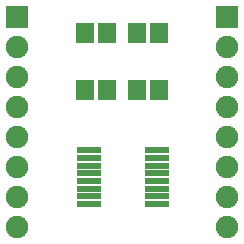
<source format=gts>
G04 DipTrace 3.2.0.1*
G04 MSP430Diptracetut.gts*
%MOIN*%
G04 #@! TF.FileFunction,Soldermask,Top*
G04 #@! TF.Part,Single*
%ADD24R,0.078866X0.023748*%
%ADD26C,0.074929*%
%ADD28R,0.074929X0.074929*%
%ADD30R,0.059181X0.067055*%
%FSLAX26Y26*%
G04*
G70*
G90*
G75*
G01*
G04 TopMask*
%LPD*%
D30*
X883449Y1016047D3*
X958252D3*
X883449Y1205024D3*
X958252D3*
X710220Y1016047D3*
X785024D3*
D28*
X483843Y1259748D3*
D26*
Y1159748D3*
Y1059748D3*
Y959748D3*
Y859748D3*
Y759748D3*
Y659748D3*
Y559748D3*
D28*
X1183843Y1259748D3*
D26*
Y1159748D3*
Y1059748D3*
Y959748D3*
Y859748D3*
Y759748D3*
Y659748D3*
Y559748D3*
D30*
X710220Y1205024D3*
X785024D3*
D24*
X722031Y815260D3*
Y789669D3*
Y764079D3*
Y738488D3*
Y712898D3*
Y687307D3*
Y661717D3*
Y636126D3*
X950386D3*
X950378Y661717D3*
Y687307D3*
Y712898D3*
Y738488D3*
Y764079D3*
Y789669D3*
Y815260D3*
M02*

</source>
